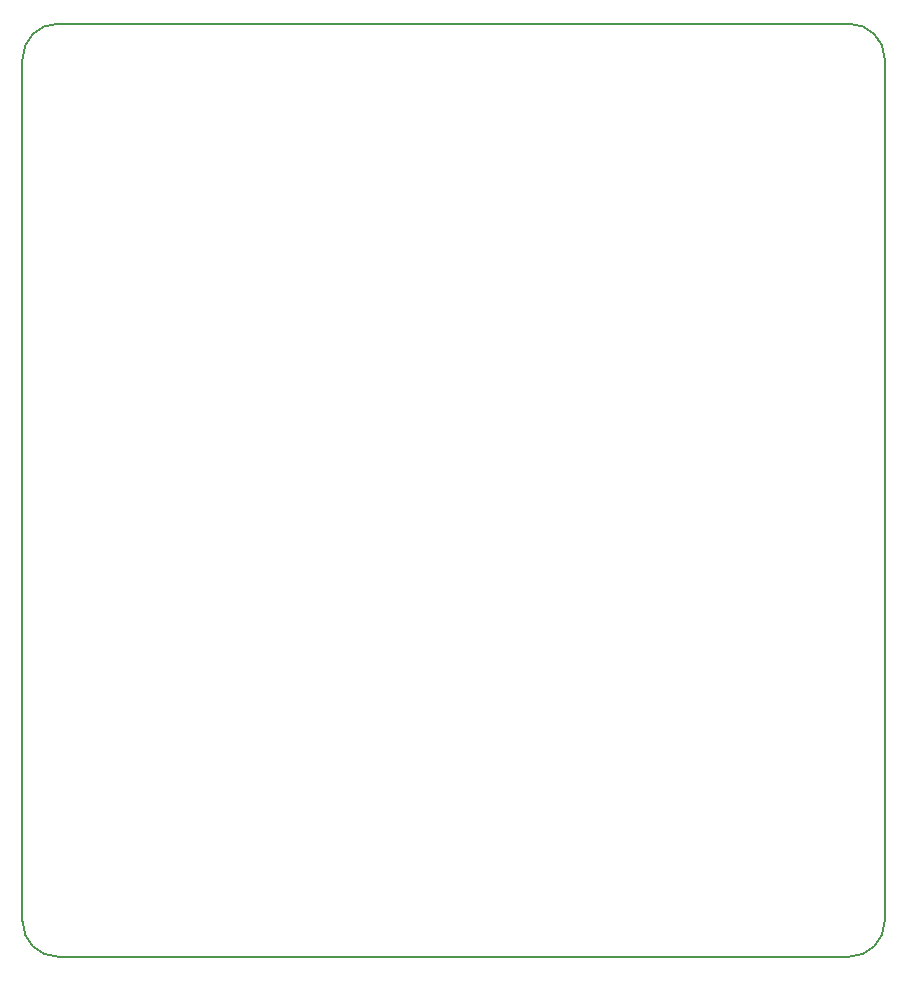
<source format=gbr>
G04 #@! TF.FileFunction,Profile,NP*
%FSLAX46Y46*%
G04 Gerber Fmt 4.6, Leading zero omitted, Abs format (unit mm)*
G04 Created by KiCad (PCBNEW 4.0.6) date 04/15/17 20:28:12*
%MOMM*%
%LPD*%
G01*
G04 APERTURE LIST*
%ADD10C,0.100000*%
%ADD11C,0.150000*%
G04 APERTURE END LIST*
D10*
D11*
X0Y-76000000D02*
X0Y-3000000D01*
X73000000Y-3000000D02*
X73000000Y-76000000D01*
X73000000Y-3000000D02*
G75*
G03X70000000Y0I-3000000J0D01*
G01*
X3000000Y0D02*
G75*
G03X0Y-3000000I0J-3000000D01*
G01*
X3000000Y0D02*
X70000000Y0D01*
X70000000Y-79000000D02*
G75*
G03X73000000Y-76000000I0J3000000D01*
G01*
X70000000Y-79000000D02*
X3000000Y-79000000D01*
X0Y-76000000D02*
G75*
G03X3000000Y-79000000I3000000J0D01*
G01*
M02*

</source>
